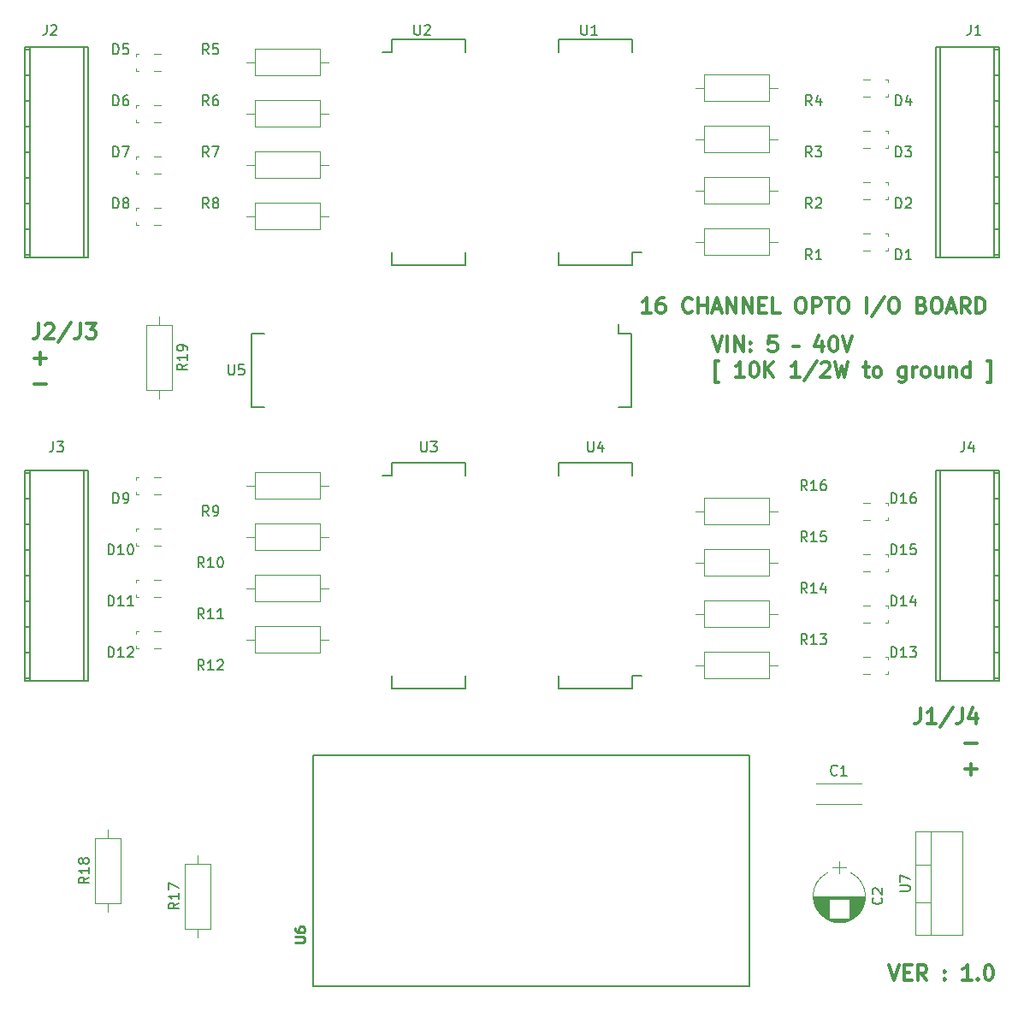
<source format=gto>
G04 #@! TF.FileFunction,Legend,Top*
%FSLAX46Y46*%
G04 Gerber Fmt 4.6, Leading zero omitted, Abs format (unit mm)*
G04 Created by KiCad (PCBNEW 4.0.7) date Sunday, October 29, 2017 'PMt' 07:12:49 PM*
%MOMM*%
%LPD*%
G01*
G04 APERTURE LIST*
%ADD10C,0.100000*%
%ADD11C,0.300000*%
%ADD12C,0.150000*%
%ADD13C,0.120000*%
%ADD14C,0.250000*%
G04 APERTURE END LIST*
D10*
D11*
X129961429Y-109658571D02*
X129961429Y-110730000D01*
X129890001Y-110944286D01*
X129747144Y-111087143D01*
X129532858Y-111158571D01*
X129390001Y-111158571D01*
X131461429Y-111158571D02*
X130604286Y-111158571D01*
X131032858Y-111158571D02*
X131032858Y-109658571D01*
X130890001Y-109872857D01*
X130747143Y-110015714D01*
X130604286Y-110087143D01*
X133175714Y-109587143D02*
X131890000Y-111515714D01*
X134104286Y-109658571D02*
X134104286Y-110730000D01*
X134032858Y-110944286D01*
X133890001Y-111087143D01*
X133675715Y-111158571D01*
X133532858Y-111158571D01*
X135461429Y-110158571D02*
X135461429Y-111158571D01*
X135104286Y-109587143D02*
X134747143Y-110658571D01*
X135675715Y-110658571D01*
X134390000Y-113137143D02*
X135532857Y-113137143D01*
X134390000Y-115687143D02*
X135532857Y-115687143D01*
X134961428Y-116258571D02*
X134961428Y-115115714D01*
X42695714Y-71558571D02*
X42695714Y-72630000D01*
X42624286Y-72844286D01*
X42481429Y-72987143D01*
X42267143Y-73058571D01*
X42124286Y-73058571D01*
X43338571Y-71701429D02*
X43410000Y-71630000D01*
X43552857Y-71558571D01*
X43910000Y-71558571D01*
X44052857Y-71630000D01*
X44124286Y-71701429D01*
X44195714Y-71844286D01*
X44195714Y-71987143D01*
X44124286Y-72201429D01*
X43267143Y-73058571D01*
X44195714Y-73058571D01*
X45909999Y-71487143D02*
X44624285Y-73415714D01*
X46838571Y-71558571D02*
X46838571Y-72630000D01*
X46767143Y-72844286D01*
X46624286Y-72987143D01*
X46410000Y-73058571D01*
X46267143Y-73058571D01*
X47410000Y-71558571D02*
X48338571Y-71558571D01*
X47838571Y-72130000D01*
X48052857Y-72130000D01*
X48195714Y-72201429D01*
X48267143Y-72272857D01*
X48338571Y-72415714D01*
X48338571Y-72772857D01*
X48267143Y-72915714D01*
X48195714Y-72987143D01*
X48052857Y-73058571D01*
X47624285Y-73058571D01*
X47481428Y-72987143D01*
X47410000Y-72915714D01*
X42267143Y-75037143D02*
X43410000Y-75037143D01*
X42838571Y-75608571D02*
X42838571Y-74465714D01*
X42267143Y-77587143D02*
X43410000Y-77587143D01*
X126865715Y-135068571D02*
X127365715Y-136568571D01*
X127865715Y-135068571D01*
X128365715Y-135782857D02*
X128865715Y-135782857D01*
X129080001Y-136568571D02*
X128365715Y-136568571D01*
X128365715Y-135068571D01*
X129080001Y-135068571D01*
X130580001Y-136568571D02*
X130080001Y-135854286D01*
X129722858Y-136568571D02*
X129722858Y-135068571D01*
X130294286Y-135068571D01*
X130437144Y-135140000D01*
X130508572Y-135211429D01*
X130580001Y-135354286D01*
X130580001Y-135568571D01*
X130508572Y-135711429D01*
X130437144Y-135782857D01*
X130294286Y-135854286D01*
X129722858Y-135854286D01*
X132365715Y-136425714D02*
X132437143Y-136497143D01*
X132365715Y-136568571D01*
X132294286Y-136497143D01*
X132365715Y-136425714D01*
X132365715Y-136568571D01*
X132365715Y-135640000D02*
X132437143Y-135711429D01*
X132365715Y-135782857D01*
X132294286Y-135711429D01*
X132365715Y-135640000D01*
X132365715Y-135782857D01*
X135008572Y-136568571D02*
X134151429Y-136568571D01*
X134580001Y-136568571D02*
X134580001Y-135068571D01*
X134437144Y-135282857D01*
X134294286Y-135425714D01*
X134151429Y-135497143D01*
X135651429Y-136425714D02*
X135722857Y-136497143D01*
X135651429Y-136568571D01*
X135580000Y-136497143D01*
X135651429Y-136425714D01*
X135651429Y-136568571D01*
X136651429Y-135068571D02*
X136794286Y-135068571D01*
X136937143Y-135140000D01*
X137008572Y-135211429D01*
X137080001Y-135354286D01*
X137151429Y-135640000D01*
X137151429Y-135997143D01*
X137080001Y-136282857D01*
X137008572Y-136425714D01*
X136937143Y-136497143D01*
X136794286Y-136568571D01*
X136651429Y-136568571D01*
X136508572Y-136497143D01*
X136437143Y-136425714D01*
X136365715Y-136282857D01*
X136294286Y-135997143D01*
X136294286Y-135640000D01*
X136365715Y-135354286D01*
X136437143Y-135211429D01*
X136508572Y-135140000D01*
X136651429Y-135068571D01*
X109362857Y-72833571D02*
X109862857Y-74333571D01*
X110362857Y-72833571D01*
X110862857Y-74333571D02*
X110862857Y-72833571D01*
X111577143Y-74333571D02*
X111577143Y-72833571D01*
X112434286Y-74333571D01*
X112434286Y-72833571D01*
X113148572Y-74190714D02*
X113220000Y-74262143D01*
X113148572Y-74333571D01*
X113077143Y-74262143D01*
X113148572Y-74190714D01*
X113148572Y-74333571D01*
X113148572Y-73405000D02*
X113220000Y-73476429D01*
X113148572Y-73547857D01*
X113077143Y-73476429D01*
X113148572Y-73405000D01*
X113148572Y-73547857D01*
X115720001Y-72833571D02*
X115005715Y-72833571D01*
X114934286Y-73547857D01*
X115005715Y-73476429D01*
X115148572Y-73405000D01*
X115505715Y-73405000D01*
X115648572Y-73476429D01*
X115720001Y-73547857D01*
X115791429Y-73690714D01*
X115791429Y-74047857D01*
X115720001Y-74190714D01*
X115648572Y-74262143D01*
X115505715Y-74333571D01*
X115148572Y-74333571D01*
X115005715Y-74262143D01*
X114934286Y-74190714D01*
X117934286Y-73833571D02*
X117362857Y-73833571D01*
X120220000Y-73333571D02*
X120220000Y-74333571D01*
X119862857Y-72762143D02*
X119505714Y-73833571D01*
X120434286Y-73833571D01*
X121291428Y-72833571D02*
X121434285Y-72833571D01*
X121577142Y-72905000D01*
X121648571Y-72976429D01*
X121720000Y-73119286D01*
X121791428Y-73405000D01*
X121791428Y-73762143D01*
X121720000Y-74047857D01*
X121648571Y-74190714D01*
X121577142Y-74262143D01*
X121434285Y-74333571D01*
X121291428Y-74333571D01*
X121148571Y-74262143D01*
X121077142Y-74190714D01*
X121005714Y-74047857D01*
X120934285Y-73762143D01*
X120934285Y-73405000D01*
X121005714Y-73119286D01*
X121077142Y-72976429D01*
X121148571Y-72905000D01*
X121291428Y-72833571D01*
X122219999Y-72833571D02*
X122719999Y-74333571D01*
X123219999Y-72833571D01*
X110005714Y-77383571D02*
X109648571Y-77383571D01*
X109648571Y-75240714D01*
X110005714Y-75240714D01*
X112505714Y-76883571D02*
X111648571Y-76883571D01*
X112077143Y-76883571D02*
X112077143Y-75383571D01*
X111934286Y-75597857D01*
X111791428Y-75740714D01*
X111648571Y-75812143D01*
X113434285Y-75383571D02*
X113577142Y-75383571D01*
X113719999Y-75455000D01*
X113791428Y-75526429D01*
X113862857Y-75669286D01*
X113934285Y-75955000D01*
X113934285Y-76312143D01*
X113862857Y-76597857D01*
X113791428Y-76740714D01*
X113719999Y-76812143D01*
X113577142Y-76883571D01*
X113434285Y-76883571D01*
X113291428Y-76812143D01*
X113219999Y-76740714D01*
X113148571Y-76597857D01*
X113077142Y-76312143D01*
X113077142Y-75955000D01*
X113148571Y-75669286D01*
X113219999Y-75526429D01*
X113291428Y-75455000D01*
X113434285Y-75383571D01*
X114577142Y-76883571D02*
X114577142Y-75383571D01*
X115434285Y-76883571D02*
X114791428Y-76026429D01*
X115434285Y-75383571D02*
X114577142Y-76240714D01*
X118005713Y-76883571D02*
X117148570Y-76883571D01*
X117577142Y-76883571D02*
X117577142Y-75383571D01*
X117434285Y-75597857D01*
X117291427Y-75740714D01*
X117148570Y-75812143D01*
X119719998Y-75312143D02*
X118434284Y-77240714D01*
X120148570Y-75526429D02*
X120219999Y-75455000D01*
X120362856Y-75383571D01*
X120719999Y-75383571D01*
X120862856Y-75455000D01*
X120934285Y-75526429D01*
X121005713Y-75669286D01*
X121005713Y-75812143D01*
X120934285Y-76026429D01*
X120077142Y-76883571D01*
X121005713Y-76883571D01*
X121505713Y-75383571D02*
X121862856Y-76883571D01*
X122148570Y-75812143D01*
X122434284Y-76883571D01*
X122791427Y-75383571D01*
X124291427Y-75883571D02*
X124862856Y-75883571D01*
X124505713Y-75383571D02*
X124505713Y-76669286D01*
X124577141Y-76812143D01*
X124719999Y-76883571D01*
X124862856Y-76883571D01*
X125577142Y-76883571D02*
X125434284Y-76812143D01*
X125362856Y-76740714D01*
X125291427Y-76597857D01*
X125291427Y-76169286D01*
X125362856Y-76026429D01*
X125434284Y-75955000D01*
X125577142Y-75883571D01*
X125791427Y-75883571D01*
X125934284Y-75955000D01*
X126005713Y-76026429D01*
X126077142Y-76169286D01*
X126077142Y-76597857D01*
X126005713Y-76740714D01*
X125934284Y-76812143D01*
X125791427Y-76883571D01*
X125577142Y-76883571D01*
X128505713Y-75883571D02*
X128505713Y-77097857D01*
X128434284Y-77240714D01*
X128362856Y-77312143D01*
X128219999Y-77383571D01*
X128005713Y-77383571D01*
X127862856Y-77312143D01*
X128505713Y-76812143D02*
X128362856Y-76883571D01*
X128077142Y-76883571D01*
X127934284Y-76812143D01*
X127862856Y-76740714D01*
X127791427Y-76597857D01*
X127791427Y-76169286D01*
X127862856Y-76026429D01*
X127934284Y-75955000D01*
X128077142Y-75883571D01*
X128362856Y-75883571D01*
X128505713Y-75955000D01*
X129219999Y-76883571D02*
X129219999Y-75883571D01*
X129219999Y-76169286D02*
X129291427Y-76026429D01*
X129362856Y-75955000D01*
X129505713Y-75883571D01*
X129648570Y-75883571D01*
X130362856Y-76883571D02*
X130219998Y-76812143D01*
X130148570Y-76740714D01*
X130077141Y-76597857D01*
X130077141Y-76169286D01*
X130148570Y-76026429D01*
X130219998Y-75955000D01*
X130362856Y-75883571D01*
X130577141Y-75883571D01*
X130719998Y-75955000D01*
X130791427Y-76026429D01*
X130862856Y-76169286D01*
X130862856Y-76597857D01*
X130791427Y-76740714D01*
X130719998Y-76812143D01*
X130577141Y-76883571D01*
X130362856Y-76883571D01*
X132148570Y-75883571D02*
X132148570Y-76883571D01*
X131505713Y-75883571D02*
X131505713Y-76669286D01*
X131577141Y-76812143D01*
X131719999Y-76883571D01*
X131934284Y-76883571D01*
X132077141Y-76812143D01*
X132148570Y-76740714D01*
X132862856Y-75883571D02*
X132862856Y-76883571D01*
X132862856Y-76026429D02*
X132934284Y-75955000D01*
X133077142Y-75883571D01*
X133291427Y-75883571D01*
X133434284Y-75955000D01*
X133505713Y-76097857D01*
X133505713Y-76883571D01*
X134862856Y-76883571D02*
X134862856Y-75383571D01*
X134862856Y-76812143D02*
X134719999Y-76883571D01*
X134434285Y-76883571D01*
X134291427Y-76812143D01*
X134219999Y-76740714D01*
X134148570Y-76597857D01*
X134148570Y-76169286D01*
X134219999Y-76026429D01*
X134291427Y-75955000D01*
X134434285Y-75883571D01*
X134719999Y-75883571D01*
X134862856Y-75955000D01*
X136577142Y-77383571D02*
X136934285Y-77383571D01*
X136934285Y-75240714D01*
X136577142Y-75240714D01*
X103272856Y-70528571D02*
X102415713Y-70528571D01*
X102844285Y-70528571D02*
X102844285Y-69028571D01*
X102701428Y-69242857D01*
X102558570Y-69385714D01*
X102415713Y-69457143D01*
X104558570Y-69028571D02*
X104272856Y-69028571D01*
X104129999Y-69100000D01*
X104058570Y-69171429D01*
X103915713Y-69385714D01*
X103844284Y-69671429D01*
X103844284Y-70242857D01*
X103915713Y-70385714D01*
X103987141Y-70457143D01*
X104129999Y-70528571D01*
X104415713Y-70528571D01*
X104558570Y-70457143D01*
X104629999Y-70385714D01*
X104701427Y-70242857D01*
X104701427Y-69885714D01*
X104629999Y-69742857D01*
X104558570Y-69671429D01*
X104415713Y-69600000D01*
X104129999Y-69600000D01*
X103987141Y-69671429D01*
X103915713Y-69742857D01*
X103844284Y-69885714D01*
X107344284Y-70385714D02*
X107272855Y-70457143D01*
X107058569Y-70528571D01*
X106915712Y-70528571D01*
X106701427Y-70457143D01*
X106558569Y-70314286D01*
X106487141Y-70171429D01*
X106415712Y-69885714D01*
X106415712Y-69671429D01*
X106487141Y-69385714D01*
X106558569Y-69242857D01*
X106701427Y-69100000D01*
X106915712Y-69028571D01*
X107058569Y-69028571D01*
X107272855Y-69100000D01*
X107344284Y-69171429D01*
X107987141Y-70528571D02*
X107987141Y-69028571D01*
X107987141Y-69742857D02*
X108844284Y-69742857D01*
X108844284Y-70528571D02*
X108844284Y-69028571D01*
X109487141Y-70100000D02*
X110201427Y-70100000D01*
X109344284Y-70528571D02*
X109844284Y-69028571D01*
X110344284Y-70528571D01*
X110844284Y-70528571D02*
X110844284Y-69028571D01*
X111701427Y-70528571D01*
X111701427Y-69028571D01*
X112415713Y-70528571D02*
X112415713Y-69028571D01*
X113272856Y-70528571D01*
X113272856Y-69028571D01*
X113987142Y-69742857D02*
X114487142Y-69742857D01*
X114701428Y-70528571D02*
X113987142Y-70528571D01*
X113987142Y-69028571D01*
X114701428Y-69028571D01*
X116058571Y-70528571D02*
X115344285Y-70528571D01*
X115344285Y-69028571D01*
X117987142Y-69028571D02*
X118272856Y-69028571D01*
X118415714Y-69100000D01*
X118558571Y-69242857D01*
X118629999Y-69528571D01*
X118629999Y-70028571D01*
X118558571Y-70314286D01*
X118415714Y-70457143D01*
X118272856Y-70528571D01*
X117987142Y-70528571D01*
X117844285Y-70457143D01*
X117701428Y-70314286D01*
X117629999Y-70028571D01*
X117629999Y-69528571D01*
X117701428Y-69242857D01*
X117844285Y-69100000D01*
X117987142Y-69028571D01*
X119272857Y-70528571D02*
X119272857Y-69028571D01*
X119844285Y-69028571D01*
X119987143Y-69100000D01*
X120058571Y-69171429D01*
X120130000Y-69314286D01*
X120130000Y-69528571D01*
X120058571Y-69671429D01*
X119987143Y-69742857D01*
X119844285Y-69814286D01*
X119272857Y-69814286D01*
X120558571Y-69028571D02*
X121415714Y-69028571D01*
X120987143Y-70528571D02*
X120987143Y-69028571D01*
X122201428Y-69028571D02*
X122487142Y-69028571D01*
X122630000Y-69100000D01*
X122772857Y-69242857D01*
X122844285Y-69528571D01*
X122844285Y-70028571D01*
X122772857Y-70314286D01*
X122630000Y-70457143D01*
X122487142Y-70528571D01*
X122201428Y-70528571D01*
X122058571Y-70457143D01*
X121915714Y-70314286D01*
X121844285Y-70028571D01*
X121844285Y-69528571D01*
X121915714Y-69242857D01*
X122058571Y-69100000D01*
X122201428Y-69028571D01*
X124630000Y-70528571D02*
X124630000Y-69028571D01*
X126415714Y-68957143D02*
X125130000Y-70885714D01*
X127201429Y-69028571D02*
X127487143Y-69028571D01*
X127630001Y-69100000D01*
X127772858Y-69242857D01*
X127844286Y-69528571D01*
X127844286Y-70028571D01*
X127772858Y-70314286D01*
X127630001Y-70457143D01*
X127487143Y-70528571D01*
X127201429Y-70528571D01*
X127058572Y-70457143D01*
X126915715Y-70314286D01*
X126844286Y-70028571D01*
X126844286Y-69528571D01*
X126915715Y-69242857D01*
X127058572Y-69100000D01*
X127201429Y-69028571D01*
X130130001Y-69742857D02*
X130344287Y-69814286D01*
X130415715Y-69885714D01*
X130487144Y-70028571D01*
X130487144Y-70242857D01*
X130415715Y-70385714D01*
X130344287Y-70457143D01*
X130201429Y-70528571D01*
X129630001Y-70528571D01*
X129630001Y-69028571D01*
X130130001Y-69028571D01*
X130272858Y-69100000D01*
X130344287Y-69171429D01*
X130415715Y-69314286D01*
X130415715Y-69457143D01*
X130344287Y-69600000D01*
X130272858Y-69671429D01*
X130130001Y-69742857D01*
X129630001Y-69742857D01*
X131415715Y-69028571D02*
X131701429Y-69028571D01*
X131844287Y-69100000D01*
X131987144Y-69242857D01*
X132058572Y-69528571D01*
X132058572Y-70028571D01*
X131987144Y-70314286D01*
X131844287Y-70457143D01*
X131701429Y-70528571D01*
X131415715Y-70528571D01*
X131272858Y-70457143D01*
X131130001Y-70314286D01*
X131058572Y-70028571D01*
X131058572Y-69528571D01*
X131130001Y-69242857D01*
X131272858Y-69100000D01*
X131415715Y-69028571D01*
X132630001Y-70100000D02*
X133344287Y-70100000D01*
X132487144Y-70528571D02*
X132987144Y-69028571D01*
X133487144Y-70528571D01*
X134844287Y-70528571D02*
X134344287Y-69814286D01*
X133987144Y-70528571D02*
X133987144Y-69028571D01*
X134558572Y-69028571D01*
X134701430Y-69100000D01*
X134772858Y-69171429D01*
X134844287Y-69314286D01*
X134844287Y-69528571D01*
X134772858Y-69671429D01*
X134701430Y-69742857D01*
X134558572Y-69814286D01*
X133987144Y-69814286D01*
X135487144Y-70528571D02*
X135487144Y-69028571D01*
X135844287Y-69028571D01*
X136058572Y-69100000D01*
X136201430Y-69242857D01*
X136272858Y-69385714D01*
X136344287Y-69671429D01*
X136344287Y-69885714D01*
X136272858Y-70171429D01*
X136201430Y-70314286D01*
X136058572Y-70457143D01*
X135844287Y-70528571D01*
X135487144Y-70528571D01*
D12*
X113030000Y-137160000D02*
X69850000Y-137160000D01*
X113030000Y-114300000D02*
X69850000Y-114300000D01*
X69850000Y-114300000D02*
X69850000Y-137160000D01*
X113030000Y-137160000D02*
X113030000Y-114300000D01*
X101465000Y-65795000D02*
X101465000Y-64525000D01*
X94115000Y-65795000D02*
X94115000Y-64525000D01*
X94115000Y-43425000D02*
X94115000Y-44695000D01*
X101465000Y-43425000D02*
X101465000Y-44695000D01*
X101465000Y-65795000D02*
X94115000Y-65795000D01*
X101465000Y-43425000D02*
X94115000Y-43425000D01*
X101465000Y-64525000D02*
X102400000Y-64525000D01*
D13*
X124270000Y-62639000D02*
X125001000Y-62639000D01*
X126460000Y-62639000D02*
X126770000Y-62639000D01*
X124270000Y-64361000D02*
X125001000Y-64361000D01*
X126460000Y-64361000D02*
X126770000Y-64361000D01*
X126770000Y-62639000D02*
X126770000Y-62945000D01*
X126770000Y-64055000D02*
X126770000Y-64361000D01*
X124270000Y-57559000D02*
X125001000Y-57559000D01*
X126460000Y-57559000D02*
X126770000Y-57559000D01*
X124270000Y-59281000D02*
X125001000Y-59281000D01*
X126460000Y-59281000D02*
X126770000Y-59281000D01*
X126770000Y-57559000D02*
X126770000Y-57865000D01*
X126770000Y-58975000D02*
X126770000Y-59281000D01*
X124270000Y-52479000D02*
X125001000Y-52479000D01*
X126460000Y-52479000D02*
X126770000Y-52479000D01*
X124270000Y-54201000D02*
X125001000Y-54201000D01*
X126460000Y-54201000D02*
X126770000Y-54201000D01*
X126770000Y-52479000D02*
X126770000Y-52785000D01*
X126770000Y-53895000D02*
X126770000Y-54201000D01*
X124270000Y-47399000D02*
X125001000Y-47399000D01*
X126460000Y-47399000D02*
X126770000Y-47399000D01*
X124270000Y-49121000D02*
X125001000Y-49121000D01*
X126460000Y-49121000D02*
X126770000Y-49121000D01*
X126770000Y-47399000D02*
X126770000Y-47705000D01*
X126770000Y-48815000D02*
X126770000Y-49121000D01*
D12*
X77605000Y-43425000D02*
X77605000Y-44695000D01*
X84955000Y-43425000D02*
X84955000Y-44695000D01*
X84955000Y-65795000D02*
X84955000Y-64525000D01*
X77605000Y-65795000D02*
X77605000Y-64525000D01*
X77605000Y-43425000D02*
X84955000Y-43425000D01*
X77605000Y-65795000D02*
X84955000Y-65795000D01*
X77605000Y-44695000D02*
X76670000Y-44695000D01*
X77605000Y-85335000D02*
X77605000Y-86605000D01*
X84955000Y-85335000D02*
X84955000Y-86605000D01*
X84955000Y-107705000D02*
X84955000Y-106435000D01*
X77605000Y-107705000D02*
X77605000Y-106435000D01*
X77605000Y-85335000D02*
X84955000Y-85335000D01*
X77605000Y-107705000D02*
X84955000Y-107705000D01*
X77605000Y-86605000D02*
X76670000Y-86605000D01*
X101465000Y-107705000D02*
X101465000Y-106435000D01*
X94115000Y-107705000D02*
X94115000Y-106435000D01*
X94115000Y-85335000D02*
X94115000Y-86605000D01*
X101465000Y-85335000D02*
X101465000Y-86605000D01*
X101465000Y-107705000D02*
X94115000Y-107705000D01*
X101465000Y-85335000D02*
X94115000Y-85335000D01*
X101465000Y-106435000D02*
X102400000Y-106435000D01*
D13*
X54800000Y-46581000D02*
X54069000Y-46581000D01*
X52610000Y-46581000D02*
X52300000Y-46581000D01*
X54800000Y-44859000D02*
X54069000Y-44859000D01*
X52610000Y-44859000D02*
X52300000Y-44859000D01*
X52300000Y-46581000D02*
X52300000Y-46275000D01*
X52300000Y-45165000D02*
X52300000Y-44859000D01*
X54800000Y-51661000D02*
X54069000Y-51661000D01*
X52610000Y-51661000D02*
X52300000Y-51661000D01*
X54800000Y-49939000D02*
X54069000Y-49939000D01*
X52610000Y-49939000D02*
X52300000Y-49939000D01*
X52300000Y-51661000D02*
X52300000Y-51355000D01*
X52300000Y-50245000D02*
X52300000Y-49939000D01*
X54800000Y-56741000D02*
X54069000Y-56741000D01*
X52610000Y-56741000D02*
X52300000Y-56741000D01*
X54800000Y-55019000D02*
X54069000Y-55019000D01*
X52610000Y-55019000D02*
X52300000Y-55019000D01*
X52300000Y-56741000D02*
X52300000Y-56435000D01*
X52300000Y-55325000D02*
X52300000Y-55019000D01*
X54800000Y-61821000D02*
X54069000Y-61821000D01*
X52610000Y-61821000D02*
X52300000Y-61821000D01*
X54800000Y-60099000D02*
X54069000Y-60099000D01*
X52610000Y-60099000D02*
X52300000Y-60099000D01*
X52300000Y-61821000D02*
X52300000Y-61515000D01*
X52300000Y-60405000D02*
X52300000Y-60099000D01*
X54800000Y-88491000D02*
X54069000Y-88491000D01*
X52610000Y-88491000D02*
X52300000Y-88491000D01*
X54800000Y-86769000D02*
X54069000Y-86769000D01*
X52610000Y-86769000D02*
X52300000Y-86769000D01*
X52300000Y-88491000D02*
X52300000Y-88185000D01*
X52300000Y-87075000D02*
X52300000Y-86769000D01*
X54800000Y-93571000D02*
X54069000Y-93571000D01*
X52610000Y-93571000D02*
X52300000Y-93571000D01*
X54800000Y-91849000D02*
X54069000Y-91849000D01*
X52610000Y-91849000D02*
X52300000Y-91849000D01*
X52300000Y-93571000D02*
X52300000Y-93265000D01*
X52300000Y-92155000D02*
X52300000Y-91849000D01*
X54800000Y-98651000D02*
X54069000Y-98651000D01*
X52610000Y-98651000D02*
X52300000Y-98651000D01*
X54800000Y-96929000D02*
X54069000Y-96929000D01*
X52610000Y-96929000D02*
X52300000Y-96929000D01*
X52300000Y-98651000D02*
X52300000Y-98345000D01*
X52300000Y-97235000D02*
X52300000Y-96929000D01*
X54800000Y-103731000D02*
X54069000Y-103731000D01*
X52610000Y-103731000D02*
X52300000Y-103731000D01*
X54800000Y-102009000D02*
X54069000Y-102009000D01*
X52610000Y-102009000D02*
X52300000Y-102009000D01*
X52300000Y-103731000D02*
X52300000Y-103425000D01*
X52300000Y-102315000D02*
X52300000Y-102009000D01*
X124270000Y-104549000D02*
X125001000Y-104549000D01*
X126460000Y-104549000D02*
X126770000Y-104549000D01*
X124270000Y-106271000D02*
X125001000Y-106271000D01*
X126460000Y-106271000D02*
X126770000Y-106271000D01*
X126770000Y-104549000D02*
X126770000Y-104855000D01*
X126770000Y-105965000D02*
X126770000Y-106271000D01*
X124270000Y-99469000D02*
X125001000Y-99469000D01*
X126460000Y-99469000D02*
X126770000Y-99469000D01*
X124270000Y-101191000D02*
X125001000Y-101191000D01*
X126460000Y-101191000D02*
X126770000Y-101191000D01*
X126770000Y-99469000D02*
X126770000Y-99775000D01*
X126770000Y-100885000D02*
X126770000Y-101191000D01*
X124270000Y-94389000D02*
X125001000Y-94389000D01*
X126460000Y-94389000D02*
X126770000Y-94389000D01*
X124270000Y-96111000D02*
X125001000Y-96111000D01*
X126460000Y-96111000D02*
X126770000Y-96111000D01*
X126770000Y-94389000D02*
X126770000Y-94695000D01*
X126770000Y-95805000D02*
X126770000Y-96111000D01*
X124270000Y-89309000D02*
X125001000Y-89309000D01*
X126460000Y-89309000D02*
X126770000Y-89309000D01*
X124270000Y-91031000D02*
X125001000Y-91031000D01*
X126460000Y-91031000D02*
X126770000Y-91031000D01*
X126770000Y-89309000D02*
X126770000Y-89615000D01*
X126770000Y-90725000D02*
X126770000Y-91031000D01*
D12*
X131521200Y-44211240D02*
X131521200Y-65008760D01*
X131919980Y-65008760D02*
X131919980Y-44211240D01*
X137718800Y-44211240D02*
X137718800Y-65008760D01*
X137220960Y-65008760D02*
X137220960Y-44211240D01*
X137220960Y-54610000D02*
X137718800Y-54610000D01*
X137220960Y-47010320D02*
X137718800Y-47010320D01*
X137220960Y-49509680D02*
X137718800Y-49509680D01*
X137220960Y-52108100D02*
X137718800Y-52108100D01*
X137220960Y-57109360D02*
X137718800Y-57109360D01*
X137220960Y-59707780D02*
X137718800Y-59707780D01*
X137718800Y-64808100D02*
X137220960Y-64808100D01*
X137220960Y-44411900D02*
X137718800Y-44411900D01*
X137718800Y-62204600D02*
X137220960Y-62204600D01*
X137718800Y-44213780D02*
X131521200Y-44213780D01*
X131521200Y-65006220D02*
X137718800Y-65006220D01*
X47548800Y-65008760D02*
X47548800Y-44211240D01*
X47150020Y-44211240D02*
X47150020Y-65008760D01*
X41351200Y-65008760D02*
X41351200Y-44211240D01*
X41849040Y-44211240D02*
X41849040Y-65008760D01*
X41849040Y-54610000D02*
X41351200Y-54610000D01*
X41849040Y-62209680D02*
X41351200Y-62209680D01*
X41849040Y-59710320D02*
X41351200Y-59710320D01*
X41849040Y-57111900D02*
X41351200Y-57111900D01*
X41849040Y-52110640D02*
X41351200Y-52110640D01*
X41849040Y-49512220D02*
X41351200Y-49512220D01*
X41351200Y-44411900D02*
X41849040Y-44411900D01*
X41849040Y-64808100D02*
X41351200Y-64808100D01*
X41351200Y-47015400D02*
X41849040Y-47015400D01*
X41351200Y-65006220D02*
X47548800Y-65006220D01*
X47548800Y-44213780D02*
X41351200Y-44213780D01*
X47548800Y-106918760D02*
X47548800Y-86121240D01*
X47150020Y-86121240D02*
X47150020Y-106918760D01*
X41351200Y-106918760D02*
X41351200Y-86121240D01*
X41849040Y-86121240D02*
X41849040Y-106918760D01*
X41849040Y-96520000D02*
X41351200Y-96520000D01*
X41849040Y-104119680D02*
X41351200Y-104119680D01*
X41849040Y-101620320D02*
X41351200Y-101620320D01*
X41849040Y-99021900D02*
X41351200Y-99021900D01*
X41849040Y-94020640D02*
X41351200Y-94020640D01*
X41849040Y-91422220D02*
X41351200Y-91422220D01*
X41351200Y-86321900D02*
X41849040Y-86321900D01*
X41849040Y-106718100D02*
X41351200Y-106718100D01*
X41351200Y-88925400D02*
X41849040Y-88925400D01*
X41351200Y-106916220D02*
X47548800Y-106916220D01*
X47548800Y-86123780D02*
X41351200Y-86123780D01*
X131521200Y-86121240D02*
X131521200Y-106918760D01*
X131919980Y-106918760D02*
X131919980Y-86121240D01*
X137718800Y-86121240D02*
X137718800Y-106918760D01*
X137220960Y-106918760D02*
X137220960Y-86121240D01*
X137220960Y-96520000D02*
X137718800Y-96520000D01*
X137220960Y-88920320D02*
X137718800Y-88920320D01*
X137220960Y-91419680D02*
X137718800Y-91419680D01*
X137220960Y-94018100D02*
X137718800Y-94018100D01*
X137220960Y-99019360D02*
X137718800Y-99019360D01*
X137220960Y-101617780D02*
X137718800Y-101617780D01*
X137718800Y-106718100D02*
X137220960Y-106718100D01*
X137220960Y-86321900D02*
X137718800Y-86321900D01*
X137718800Y-104114600D02*
X137220960Y-104114600D01*
X137718800Y-86123780D02*
X131521200Y-86123780D01*
X131521200Y-106916220D02*
X137718800Y-106916220D01*
X101355000Y-72525000D02*
X100085000Y-72525000D01*
X101355000Y-79875000D02*
X100085000Y-79875000D01*
X63745000Y-79875000D02*
X65015000Y-79875000D01*
X63745000Y-72525000D02*
X65015000Y-72525000D01*
X101355000Y-72525000D02*
X101355000Y-79875000D01*
X63745000Y-72525000D02*
X63745000Y-79875000D01*
X100085000Y-72525000D02*
X100085000Y-71590000D01*
D13*
X108550000Y-62190000D02*
X108550000Y-64810000D01*
X108550000Y-64810000D02*
X114970000Y-64810000D01*
X114970000Y-64810000D02*
X114970000Y-62190000D01*
X114970000Y-62190000D02*
X108550000Y-62190000D01*
X107660000Y-63500000D02*
X108550000Y-63500000D01*
X115860000Y-63500000D02*
X114970000Y-63500000D01*
X108550000Y-57110000D02*
X108550000Y-59730000D01*
X108550000Y-59730000D02*
X114970000Y-59730000D01*
X114970000Y-59730000D02*
X114970000Y-57110000D01*
X114970000Y-57110000D02*
X108550000Y-57110000D01*
X107660000Y-58420000D02*
X108550000Y-58420000D01*
X115860000Y-58420000D02*
X114970000Y-58420000D01*
X108550000Y-52030000D02*
X108550000Y-54650000D01*
X108550000Y-54650000D02*
X114970000Y-54650000D01*
X114970000Y-54650000D02*
X114970000Y-52030000D01*
X114970000Y-52030000D02*
X108550000Y-52030000D01*
X107660000Y-53340000D02*
X108550000Y-53340000D01*
X115860000Y-53340000D02*
X114970000Y-53340000D01*
X108550000Y-46950000D02*
X108550000Y-49570000D01*
X108550000Y-49570000D02*
X114970000Y-49570000D01*
X114970000Y-49570000D02*
X114970000Y-46950000D01*
X114970000Y-46950000D02*
X108550000Y-46950000D01*
X107660000Y-48260000D02*
X108550000Y-48260000D01*
X115860000Y-48260000D02*
X114970000Y-48260000D01*
X70520000Y-47030000D02*
X70520000Y-44410000D01*
X70520000Y-44410000D02*
X64100000Y-44410000D01*
X64100000Y-44410000D02*
X64100000Y-47030000D01*
X64100000Y-47030000D02*
X70520000Y-47030000D01*
X71410000Y-45720000D02*
X70520000Y-45720000D01*
X63210000Y-45720000D02*
X64100000Y-45720000D01*
X70520000Y-52110000D02*
X70520000Y-49490000D01*
X70520000Y-49490000D02*
X64100000Y-49490000D01*
X64100000Y-49490000D02*
X64100000Y-52110000D01*
X64100000Y-52110000D02*
X70520000Y-52110000D01*
X71410000Y-50800000D02*
X70520000Y-50800000D01*
X63210000Y-50800000D02*
X64100000Y-50800000D01*
X70520000Y-57190000D02*
X70520000Y-54570000D01*
X70520000Y-54570000D02*
X64100000Y-54570000D01*
X64100000Y-54570000D02*
X64100000Y-57190000D01*
X64100000Y-57190000D02*
X70520000Y-57190000D01*
X71410000Y-55880000D02*
X70520000Y-55880000D01*
X63210000Y-55880000D02*
X64100000Y-55880000D01*
X70520000Y-62270000D02*
X70520000Y-59650000D01*
X70520000Y-59650000D02*
X64100000Y-59650000D01*
X64100000Y-59650000D02*
X64100000Y-62270000D01*
X64100000Y-62270000D02*
X70520000Y-62270000D01*
X71410000Y-60960000D02*
X70520000Y-60960000D01*
X63210000Y-60960000D02*
X64100000Y-60960000D01*
X70520000Y-88940000D02*
X70520000Y-86320000D01*
X70520000Y-86320000D02*
X64100000Y-86320000D01*
X64100000Y-86320000D02*
X64100000Y-88940000D01*
X64100000Y-88940000D02*
X70520000Y-88940000D01*
X71410000Y-87630000D02*
X70520000Y-87630000D01*
X63210000Y-87630000D02*
X64100000Y-87630000D01*
X70520000Y-94020000D02*
X70520000Y-91400000D01*
X70520000Y-91400000D02*
X64100000Y-91400000D01*
X64100000Y-91400000D02*
X64100000Y-94020000D01*
X64100000Y-94020000D02*
X70520000Y-94020000D01*
X71410000Y-92710000D02*
X70520000Y-92710000D01*
X63210000Y-92710000D02*
X64100000Y-92710000D01*
X70520000Y-99100000D02*
X70520000Y-96480000D01*
X70520000Y-96480000D02*
X64100000Y-96480000D01*
X64100000Y-96480000D02*
X64100000Y-99100000D01*
X64100000Y-99100000D02*
X70520000Y-99100000D01*
X71410000Y-97790000D02*
X70520000Y-97790000D01*
X63210000Y-97790000D02*
X64100000Y-97790000D01*
X70520000Y-104180000D02*
X70520000Y-101560000D01*
X70520000Y-101560000D02*
X64100000Y-101560000D01*
X64100000Y-101560000D02*
X64100000Y-104180000D01*
X64100000Y-104180000D02*
X70520000Y-104180000D01*
X71410000Y-102870000D02*
X70520000Y-102870000D01*
X63210000Y-102870000D02*
X64100000Y-102870000D01*
X108550000Y-104100000D02*
X108550000Y-106720000D01*
X108550000Y-106720000D02*
X114970000Y-106720000D01*
X114970000Y-106720000D02*
X114970000Y-104100000D01*
X114970000Y-104100000D02*
X108550000Y-104100000D01*
X107660000Y-105410000D02*
X108550000Y-105410000D01*
X115860000Y-105410000D02*
X114970000Y-105410000D01*
X108550000Y-99020000D02*
X108550000Y-101640000D01*
X108550000Y-101640000D02*
X114970000Y-101640000D01*
X114970000Y-101640000D02*
X114970000Y-99020000D01*
X114970000Y-99020000D02*
X108550000Y-99020000D01*
X107660000Y-100330000D02*
X108550000Y-100330000D01*
X115860000Y-100330000D02*
X114970000Y-100330000D01*
X108550000Y-93940000D02*
X108550000Y-96560000D01*
X108550000Y-96560000D02*
X114970000Y-96560000D01*
X114970000Y-96560000D02*
X114970000Y-93940000D01*
X114970000Y-93940000D02*
X108550000Y-93940000D01*
X107660000Y-95250000D02*
X108550000Y-95250000D01*
X115860000Y-95250000D02*
X114970000Y-95250000D01*
X108550000Y-88860000D02*
X108550000Y-91480000D01*
X108550000Y-91480000D02*
X114970000Y-91480000D01*
X114970000Y-91480000D02*
X114970000Y-88860000D01*
X114970000Y-88860000D02*
X108550000Y-88860000D01*
X107660000Y-90170000D02*
X108550000Y-90170000D01*
X115860000Y-90170000D02*
X114970000Y-90170000D01*
X57110000Y-131480000D02*
X59730000Y-131480000D01*
X59730000Y-131480000D02*
X59730000Y-125060000D01*
X59730000Y-125060000D02*
X57110000Y-125060000D01*
X57110000Y-125060000D02*
X57110000Y-131480000D01*
X58420000Y-132370000D02*
X58420000Y-131480000D01*
X58420000Y-124170000D02*
X58420000Y-125060000D01*
X48220000Y-128940000D02*
X50840000Y-128940000D01*
X50840000Y-128940000D02*
X50840000Y-122520000D01*
X50840000Y-122520000D02*
X48220000Y-122520000D01*
X48220000Y-122520000D02*
X48220000Y-128940000D01*
X49530000Y-129830000D02*
X49530000Y-128940000D01*
X49530000Y-121630000D02*
X49530000Y-122520000D01*
X55920000Y-71720000D02*
X53300000Y-71720000D01*
X53300000Y-71720000D02*
X53300000Y-78140000D01*
X53300000Y-78140000D02*
X55920000Y-78140000D01*
X55920000Y-78140000D02*
X55920000Y-71720000D01*
X54610000Y-70830000D02*
X54610000Y-71720000D01*
X54610000Y-79030000D02*
X54610000Y-78140000D01*
X119670000Y-117100000D02*
X124090000Y-117100000D01*
X119670000Y-119120000D02*
X124090000Y-119120000D01*
X119670000Y-117100000D02*
X119670000Y-117114000D01*
X119670000Y-119106000D02*
X119670000Y-119120000D01*
X124090000Y-117100000D02*
X124090000Y-117114000D01*
X124090000Y-119106000D02*
X124090000Y-119120000D01*
X123099723Y-130555722D02*
G75*
G03X123100000Y-125944420I-1179723J2305722D01*
G01*
X120740277Y-130555722D02*
G75*
G02X120740000Y-125944420I1179723J2305722D01*
G01*
X120740277Y-130555722D02*
G75*
G03X123100000Y-130555580I1179723J2305722D01*
G01*
X124470000Y-128250000D02*
X119370000Y-128250000D01*
X124470000Y-128290000D02*
X119370000Y-128290000D01*
X124469000Y-128330000D02*
X119371000Y-128330000D01*
X124468000Y-128370000D02*
X119372000Y-128370000D01*
X124466000Y-128410000D02*
X119374000Y-128410000D01*
X124463000Y-128450000D02*
X119377000Y-128450000D01*
X124459000Y-128490000D02*
X119381000Y-128490000D01*
X124455000Y-128530000D02*
X122900000Y-128530000D01*
X120940000Y-128530000D02*
X119385000Y-128530000D01*
X124451000Y-128570000D02*
X122900000Y-128570000D01*
X120940000Y-128570000D02*
X119389000Y-128570000D01*
X124445000Y-128610000D02*
X122900000Y-128610000D01*
X120940000Y-128610000D02*
X119395000Y-128610000D01*
X124439000Y-128650000D02*
X122900000Y-128650000D01*
X120940000Y-128650000D02*
X119401000Y-128650000D01*
X124433000Y-128690000D02*
X122900000Y-128690000D01*
X120940000Y-128690000D02*
X119407000Y-128690000D01*
X124426000Y-128730000D02*
X122900000Y-128730000D01*
X120940000Y-128730000D02*
X119414000Y-128730000D01*
X124418000Y-128770000D02*
X122900000Y-128770000D01*
X120940000Y-128770000D02*
X119422000Y-128770000D01*
X124409000Y-128810000D02*
X122900000Y-128810000D01*
X120940000Y-128810000D02*
X119431000Y-128810000D01*
X124400000Y-128850000D02*
X122900000Y-128850000D01*
X120940000Y-128850000D02*
X119440000Y-128850000D01*
X124390000Y-128890000D02*
X122900000Y-128890000D01*
X120940000Y-128890000D02*
X119450000Y-128890000D01*
X124380000Y-128930000D02*
X122900000Y-128930000D01*
X120940000Y-128930000D02*
X119460000Y-128930000D01*
X124368000Y-128971000D02*
X122900000Y-128971000D01*
X120940000Y-128971000D02*
X119472000Y-128971000D01*
X124356000Y-129011000D02*
X122900000Y-129011000D01*
X120940000Y-129011000D02*
X119484000Y-129011000D01*
X124344000Y-129051000D02*
X122900000Y-129051000D01*
X120940000Y-129051000D02*
X119496000Y-129051000D01*
X124330000Y-129091000D02*
X122900000Y-129091000D01*
X120940000Y-129091000D02*
X119510000Y-129091000D01*
X124316000Y-129131000D02*
X122900000Y-129131000D01*
X120940000Y-129131000D02*
X119524000Y-129131000D01*
X124302000Y-129171000D02*
X122900000Y-129171000D01*
X120940000Y-129171000D02*
X119538000Y-129171000D01*
X124286000Y-129211000D02*
X122900000Y-129211000D01*
X120940000Y-129211000D02*
X119554000Y-129211000D01*
X124270000Y-129251000D02*
X122900000Y-129251000D01*
X120940000Y-129251000D02*
X119570000Y-129251000D01*
X124253000Y-129291000D02*
X122900000Y-129291000D01*
X120940000Y-129291000D02*
X119587000Y-129291000D01*
X124235000Y-129331000D02*
X122900000Y-129331000D01*
X120940000Y-129331000D02*
X119605000Y-129331000D01*
X124216000Y-129371000D02*
X122900000Y-129371000D01*
X120940000Y-129371000D02*
X119624000Y-129371000D01*
X124196000Y-129411000D02*
X122900000Y-129411000D01*
X120940000Y-129411000D02*
X119644000Y-129411000D01*
X124176000Y-129451000D02*
X122900000Y-129451000D01*
X120940000Y-129451000D02*
X119664000Y-129451000D01*
X124154000Y-129491000D02*
X122900000Y-129491000D01*
X120940000Y-129491000D02*
X119686000Y-129491000D01*
X124132000Y-129531000D02*
X122900000Y-129531000D01*
X120940000Y-129531000D02*
X119708000Y-129531000D01*
X124109000Y-129571000D02*
X122900000Y-129571000D01*
X120940000Y-129571000D02*
X119731000Y-129571000D01*
X124085000Y-129611000D02*
X122900000Y-129611000D01*
X120940000Y-129611000D02*
X119755000Y-129611000D01*
X124060000Y-129651000D02*
X122900000Y-129651000D01*
X120940000Y-129651000D02*
X119780000Y-129651000D01*
X124033000Y-129691000D02*
X122900000Y-129691000D01*
X120940000Y-129691000D02*
X119807000Y-129691000D01*
X124006000Y-129731000D02*
X122900000Y-129731000D01*
X120940000Y-129731000D02*
X119834000Y-129731000D01*
X123978000Y-129771000D02*
X122900000Y-129771000D01*
X120940000Y-129771000D02*
X119862000Y-129771000D01*
X123948000Y-129811000D02*
X122900000Y-129811000D01*
X120940000Y-129811000D02*
X119892000Y-129811000D01*
X123917000Y-129851000D02*
X122900000Y-129851000D01*
X120940000Y-129851000D02*
X119923000Y-129851000D01*
X123885000Y-129891000D02*
X122900000Y-129891000D01*
X120940000Y-129891000D02*
X119955000Y-129891000D01*
X123852000Y-129931000D02*
X122900000Y-129931000D01*
X120940000Y-129931000D02*
X119988000Y-129931000D01*
X123817000Y-129971000D02*
X122900000Y-129971000D01*
X120940000Y-129971000D02*
X120023000Y-129971000D01*
X123781000Y-130011000D02*
X122900000Y-130011000D01*
X120940000Y-130011000D02*
X120059000Y-130011000D01*
X123743000Y-130051000D02*
X122900000Y-130051000D01*
X120940000Y-130051000D02*
X120097000Y-130051000D01*
X123703000Y-130091000D02*
X122900000Y-130091000D01*
X120940000Y-130091000D02*
X120137000Y-130091000D01*
X123662000Y-130131000D02*
X122900000Y-130131000D01*
X120940000Y-130131000D02*
X120178000Y-130131000D01*
X123619000Y-130171000D02*
X122900000Y-130171000D01*
X120940000Y-130171000D02*
X120221000Y-130171000D01*
X123574000Y-130211000D02*
X122900000Y-130211000D01*
X120940000Y-130211000D02*
X120266000Y-130211000D01*
X123526000Y-130251000D02*
X122900000Y-130251000D01*
X120940000Y-130251000D02*
X120314000Y-130251000D01*
X123476000Y-130291000D02*
X122900000Y-130291000D01*
X120940000Y-130291000D02*
X120364000Y-130291000D01*
X123424000Y-130331000D02*
X122900000Y-130331000D01*
X120940000Y-130331000D02*
X120416000Y-130331000D01*
X123368000Y-130371000D02*
X122900000Y-130371000D01*
X120940000Y-130371000D02*
X120472000Y-130371000D01*
X123310000Y-130411000D02*
X122900000Y-130411000D01*
X120940000Y-130411000D02*
X120530000Y-130411000D01*
X123247000Y-130451000D02*
X122900000Y-130451000D01*
X120940000Y-130451000D02*
X120593000Y-130451000D01*
X123181000Y-130491000D02*
X120659000Y-130491000D01*
X123109000Y-130531000D02*
X120731000Y-130531000D01*
X123032000Y-130571000D02*
X120808000Y-130571000D01*
X122948000Y-130611000D02*
X120892000Y-130611000D01*
X122854000Y-130651000D02*
X120986000Y-130651000D01*
X122749000Y-130691000D02*
X121091000Y-130691000D01*
X122627000Y-130731000D02*
X121213000Y-130731000D01*
X122479000Y-130771000D02*
X121361000Y-130771000D01*
X122274000Y-130811000D02*
X121566000Y-130811000D01*
X121920000Y-124800000D02*
X121920000Y-126000000D01*
X122570000Y-125400000D02*
X121270000Y-125400000D01*
X129460000Y-132120000D02*
X129460000Y-121880000D01*
X134101000Y-132120000D02*
X134101000Y-121880000D01*
X129460000Y-132120000D02*
X134101000Y-132120000D01*
X129460000Y-121880000D02*
X134101000Y-121880000D01*
X130970000Y-132120000D02*
X130970000Y-121880000D01*
X129460000Y-128850000D02*
X130970000Y-128850000D01*
X129460000Y-125149000D02*
X130970000Y-125149000D01*
D14*
X68032381Y-132841905D02*
X68841905Y-132841905D01*
X68937143Y-132794286D01*
X68984762Y-132746667D01*
X69032381Y-132651429D01*
X69032381Y-132460952D01*
X68984762Y-132365714D01*
X68937143Y-132318095D01*
X68841905Y-132270476D01*
X68032381Y-132270476D01*
X68032381Y-131365714D02*
X68032381Y-131556191D01*
X68080000Y-131651429D01*
X68127619Y-131699048D01*
X68270476Y-131794286D01*
X68460952Y-131841905D01*
X68841905Y-131841905D01*
X68937143Y-131794286D01*
X68984762Y-131746667D01*
X69032381Y-131651429D01*
X69032381Y-131460952D01*
X68984762Y-131365714D01*
X68937143Y-131318095D01*
X68841905Y-131270476D01*
X68603810Y-131270476D01*
X68508571Y-131318095D01*
X68460952Y-131365714D01*
X68413333Y-131460952D01*
X68413333Y-131651429D01*
X68460952Y-131746667D01*
X68508571Y-131794286D01*
X68603810Y-131841905D01*
D12*
X96393095Y-41997381D02*
X96393095Y-42806905D01*
X96440714Y-42902143D01*
X96488333Y-42949762D01*
X96583571Y-42997381D01*
X96774048Y-42997381D01*
X96869286Y-42949762D01*
X96916905Y-42902143D01*
X96964524Y-42806905D01*
X96964524Y-41997381D01*
X97964524Y-42997381D02*
X97393095Y-42997381D01*
X97678809Y-42997381D02*
X97678809Y-41997381D01*
X97583571Y-42140238D01*
X97488333Y-42235476D01*
X97393095Y-42283095D01*
X127531905Y-65222381D02*
X127531905Y-64222381D01*
X127770000Y-64222381D01*
X127912858Y-64270000D01*
X128008096Y-64365238D01*
X128055715Y-64460476D01*
X128103334Y-64650952D01*
X128103334Y-64793810D01*
X128055715Y-64984286D01*
X128008096Y-65079524D01*
X127912858Y-65174762D01*
X127770000Y-65222381D01*
X127531905Y-65222381D01*
X129055715Y-65222381D02*
X128484286Y-65222381D01*
X128770000Y-65222381D02*
X128770000Y-64222381D01*
X128674762Y-64365238D01*
X128579524Y-64460476D01*
X128484286Y-64508095D01*
X127531905Y-60142381D02*
X127531905Y-59142381D01*
X127770000Y-59142381D01*
X127912858Y-59190000D01*
X128008096Y-59285238D01*
X128055715Y-59380476D01*
X128103334Y-59570952D01*
X128103334Y-59713810D01*
X128055715Y-59904286D01*
X128008096Y-59999524D01*
X127912858Y-60094762D01*
X127770000Y-60142381D01*
X127531905Y-60142381D01*
X128484286Y-59237619D02*
X128531905Y-59190000D01*
X128627143Y-59142381D01*
X128865239Y-59142381D01*
X128960477Y-59190000D01*
X129008096Y-59237619D01*
X129055715Y-59332857D01*
X129055715Y-59428095D01*
X129008096Y-59570952D01*
X128436667Y-60142381D01*
X129055715Y-60142381D01*
X127531905Y-55062381D02*
X127531905Y-54062381D01*
X127770000Y-54062381D01*
X127912858Y-54110000D01*
X128008096Y-54205238D01*
X128055715Y-54300476D01*
X128103334Y-54490952D01*
X128103334Y-54633810D01*
X128055715Y-54824286D01*
X128008096Y-54919524D01*
X127912858Y-55014762D01*
X127770000Y-55062381D01*
X127531905Y-55062381D01*
X128436667Y-54062381D02*
X129055715Y-54062381D01*
X128722381Y-54443333D01*
X128865239Y-54443333D01*
X128960477Y-54490952D01*
X129008096Y-54538571D01*
X129055715Y-54633810D01*
X129055715Y-54871905D01*
X129008096Y-54967143D01*
X128960477Y-55014762D01*
X128865239Y-55062381D01*
X128579524Y-55062381D01*
X128484286Y-55014762D01*
X128436667Y-54967143D01*
X127531905Y-49982381D02*
X127531905Y-48982381D01*
X127770000Y-48982381D01*
X127912858Y-49030000D01*
X128008096Y-49125238D01*
X128055715Y-49220476D01*
X128103334Y-49410952D01*
X128103334Y-49553810D01*
X128055715Y-49744286D01*
X128008096Y-49839524D01*
X127912858Y-49934762D01*
X127770000Y-49982381D01*
X127531905Y-49982381D01*
X128960477Y-49315714D02*
X128960477Y-49982381D01*
X128722381Y-48934762D02*
X128484286Y-49649048D01*
X129103334Y-49649048D01*
X79883095Y-41997381D02*
X79883095Y-42806905D01*
X79930714Y-42902143D01*
X79978333Y-42949762D01*
X80073571Y-42997381D01*
X80264048Y-42997381D01*
X80359286Y-42949762D01*
X80406905Y-42902143D01*
X80454524Y-42806905D01*
X80454524Y-41997381D01*
X80883095Y-42092619D02*
X80930714Y-42045000D01*
X81025952Y-41997381D01*
X81264048Y-41997381D01*
X81359286Y-42045000D01*
X81406905Y-42092619D01*
X81454524Y-42187857D01*
X81454524Y-42283095D01*
X81406905Y-42425952D01*
X80835476Y-42997381D01*
X81454524Y-42997381D01*
X80518095Y-83272381D02*
X80518095Y-84081905D01*
X80565714Y-84177143D01*
X80613333Y-84224762D01*
X80708571Y-84272381D01*
X80899048Y-84272381D01*
X80994286Y-84224762D01*
X81041905Y-84177143D01*
X81089524Y-84081905D01*
X81089524Y-83272381D01*
X81470476Y-83272381D02*
X82089524Y-83272381D01*
X81756190Y-83653333D01*
X81899048Y-83653333D01*
X81994286Y-83700952D01*
X82041905Y-83748571D01*
X82089524Y-83843810D01*
X82089524Y-84081905D01*
X82041905Y-84177143D01*
X81994286Y-84224762D01*
X81899048Y-84272381D01*
X81613333Y-84272381D01*
X81518095Y-84224762D01*
X81470476Y-84177143D01*
X97028095Y-83272381D02*
X97028095Y-84081905D01*
X97075714Y-84177143D01*
X97123333Y-84224762D01*
X97218571Y-84272381D01*
X97409048Y-84272381D01*
X97504286Y-84224762D01*
X97551905Y-84177143D01*
X97599524Y-84081905D01*
X97599524Y-83272381D01*
X98504286Y-83605714D02*
X98504286Y-84272381D01*
X98266190Y-83224762D02*
X98028095Y-83939048D01*
X98647143Y-83939048D01*
X50061905Y-44902381D02*
X50061905Y-43902381D01*
X50300000Y-43902381D01*
X50442858Y-43950000D01*
X50538096Y-44045238D01*
X50585715Y-44140476D01*
X50633334Y-44330952D01*
X50633334Y-44473810D01*
X50585715Y-44664286D01*
X50538096Y-44759524D01*
X50442858Y-44854762D01*
X50300000Y-44902381D01*
X50061905Y-44902381D01*
X51538096Y-43902381D02*
X51061905Y-43902381D01*
X51014286Y-44378571D01*
X51061905Y-44330952D01*
X51157143Y-44283333D01*
X51395239Y-44283333D01*
X51490477Y-44330952D01*
X51538096Y-44378571D01*
X51585715Y-44473810D01*
X51585715Y-44711905D01*
X51538096Y-44807143D01*
X51490477Y-44854762D01*
X51395239Y-44902381D01*
X51157143Y-44902381D01*
X51061905Y-44854762D01*
X51014286Y-44807143D01*
X50061905Y-49982381D02*
X50061905Y-48982381D01*
X50300000Y-48982381D01*
X50442858Y-49030000D01*
X50538096Y-49125238D01*
X50585715Y-49220476D01*
X50633334Y-49410952D01*
X50633334Y-49553810D01*
X50585715Y-49744286D01*
X50538096Y-49839524D01*
X50442858Y-49934762D01*
X50300000Y-49982381D01*
X50061905Y-49982381D01*
X51490477Y-48982381D02*
X51300000Y-48982381D01*
X51204762Y-49030000D01*
X51157143Y-49077619D01*
X51061905Y-49220476D01*
X51014286Y-49410952D01*
X51014286Y-49791905D01*
X51061905Y-49887143D01*
X51109524Y-49934762D01*
X51204762Y-49982381D01*
X51395239Y-49982381D01*
X51490477Y-49934762D01*
X51538096Y-49887143D01*
X51585715Y-49791905D01*
X51585715Y-49553810D01*
X51538096Y-49458571D01*
X51490477Y-49410952D01*
X51395239Y-49363333D01*
X51204762Y-49363333D01*
X51109524Y-49410952D01*
X51061905Y-49458571D01*
X51014286Y-49553810D01*
X50061905Y-55062381D02*
X50061905Y-54062381D01*
X50300000Y-54062381D01*
X50442858Y-54110000D01*
X50538096Y-54205238D01*
X50585715Y-54300476D01*
X50633334Y-54490952D01*
X50633334Y-54633810D01*
X50585715Y-54824286D01*
X50538096Y-54919524D01*
X50442858Y-55014762D01*
X50300000Y-55062381D01*
X50061905Y-55062381D01*
X50966667Y-54062381D02*
X51633334Y-54062381D01*
X51204762Y-55062381D01*
X50061905Y-60142381D02*
X50061905Y-59142381D01*
X50300000Y-59142381D01*
X50442858Y-59190000D01*
X50538096Y-59285238D01*
X50585715Y-59380476D01*
X50633334Y-59570952D01*
X50633334Y-59713810D01*
X50585715Y-59904286D01*
X50538096Y-59999524D01*
X50442858Y-60094762D01*
X50300000Y-60142381D01*
X50061905Y-60142381D01*
X51204762Y-59570952D02*
X51109524Y-59523333D01*
X51061905Y-59475714D01*
X51014286Y-59380476D01*
X51014286Y-59332857D01*
X51061905Y-59237619D01*
X51109524Y-59190000D01*
X51204762Y-59142381D01*
X51395239Y-59142381D01*
X51490477Y-59190000D01*
X51538096Y-59237619D01*
X51585715Y-59332857D01*
X51585715Y-59380476D01*
X51538096Y-59475714D01*
X51490477Y-59523333D01*
X51395239Y-59570952D01*
X51204762Y-59570952D01*
X51109524Y-59618571D01*
X51061905Y-59666190D01*
X51014286Y-59761429D01*
X51014286Y-59951905D01*
X51061905Y-60047143D01*
X51109524Y-60094762D01*
X51204762Y-60142381D01*
X51395239Y-60142381D01*
X51490477Y-60094762D01*
X51538096Y-60047143D01*
X51585715Y-59951905D01*
X51585715Y-59761429D01*
X51538096Y-59666190D01*
X51490477Y-59618571D01*
X51395239Y-59570952D01*
X50061905Y-89352381D02*
X50061905Y-88352381D01*
X50300000Y-88352381D01*
X50442858Y-88400000D01*
X50538096Y-88495238D01*
X50585715Y-88590476D01*
X50633334Y-88780952D01*
X50633334Y-88923810D01*
X50585715Y-89114286D01*
X50538096Y-89209524D01*
X50442858Y-89304762D01*
X50300000Y-89352381D01*
X50061905Y-89352381D01*
X51109524Y-89352381D02*
X51300000Y-89352381D01*
X51395239Y-89304762D01*
X51442858Y-89257143D01*
X51538096Y-89114286D01*
X51585715Y-88923810D01*
X51585715Y-88542857D01*
X51538096Y-88447619D01*
X51490477Y-88400000D01*
X51395239Y-88352381D01*
X51204762Y-88352381D01*
X51109524Y-88400000D01*
X51061905Y-88447619D01*
X51014286Y-88542857D01*
X51014286Y-88780952D01*
X51061905Y-88876190D01*
X51109524Y-88923810D01*
X51204762Y-88971429D01*
X51395239Y-88971429D01*
X51490477Y-88923810D01*
X51538096Y-88876190D01*
X51585715Y-88780952D01*
X49585714Y-94432381D02*
X49585714Y-93432381D01*
X49823809Y-93432381D01*
X49966667Y-93480000D01*
X50061905Y-93575238D01*
X50109524Y-93670476D01*
X50157143Y-93860952D01*
X50157143Y-94003810D01*
X50109524Y-94194286D01*
X50061905Y-94289524D01*
X49966667Y-94384762D01*
X49823809Y-94432381D01*
X49585714Y-94432381D01*
X51109524Y-94432381D02*
X50538095Y-94432381D01*
X50823809Y-94432381D02*
X50823809Y-93432381D01*
X50728571Y-93575238D01*
X50633333Y-93670476D01*
X50538095Y-93718095D01*
X51728571Y-93432381D02*
X51823810Y-93432381D01*
X51919048Y-93480000D01*
X51966667Y-93527619D01*
X52014286Y-93622857D01*
X52061905Y-93813333D01*
X52061905Y-94051429D01*
X52014286Y-94241905D01*
X51966667Y-94337143D01*
X51919048Y-94384762D01*
X51823810Y-94432381D01*
X51728571Y-94432381D01*
X51633333Y-94384762D01*
X51585714Y-94337143D01*
X51538095Y-94241905D01*
X51490476Y-94051429D01*
X51490476Y-93813333D01*
X51538095Y-93622857D01*
X51585714Y-93527619D01*
X51633333Y-93480000D01*
X51728571Y-93432381D01*
X49585714Y-99512381D02*
X49585714Y-98512381D01*
X49823809Y-98512381D01*
X49966667Y-98560000D01*
X50061905Y-98655238D01*
X50109524Y-98750476D01*
X50157143Y-98940952D01*
X50157143Y-99083810D01*
X50109524Y-99274286D01*
X50061905Y-99369524D01*
X49966667Y-99464762D01*
X49823809Y-99512381D01*
X49585714Y-99512381D01*
X51109524Y-99512381D02*
X50538095Y-99512381D01*
X50823809Y-99512381D02*
X50823809Y-98512381D01*
X50728571Y-98655238D01*
X50633333Y-98750476D01*
X50538095Y-98798095D01*
X52061905Y-99512381D02*
X51490476Y-99512381D01*
X51776190Y-99512381D02*
X51776190Y-98512381D01*
X51680952Y-98655238D01*
X51585714Y-98750476D01*
X51490476Y-98798095D01*
X49585714Y-104592381D02*
X49585714Y-103592381D01*
X49823809Y-103592381D01*
X49966667Y-103640000D01*
X50061905Y-103735238D01*
X50109524Y-103830476D01*
X50157143Y-104020952D01*
X50157143Y-104163810D01*
X50109524Y-104354286D01*
X50061905Y-104449524D01*
X49966667Y-104544762D01*
X49823809Y-104592381D01*
X49585714Y-104592381D01*
X51109524Y-104592381D02*
X50538095Y-104592381D01*
X50823809Y-104592381D02*
X50823809Y-103592381D01*
X50728571Y-103735238D01*
X50633333Y-103830476D01*
X50538095Y-103878095D01*
X51490476Y-103687619D02*
X51538095Y-103640000D01*
X51633333Y-103592381D01*
X51871429Y-103592381D01*
X51966667Y-103640000D01*
X52014286Y-103687619D01*
X52061905Y-103782857D01*
X52061905Y-103878095D01*
X52014286Y-104020952D01*
X51442857Y-104592381D01*
X52061905Y-104592381D01*
X127055714Y-104592381D02*
X127055714Y-103592381D01*
X127293809Y-103592381D01*
X127436667Y-103640000D01*
X127531905Y-103735238D01*
X127579524Y-103830476D01*
X127627143Y-104020952D01*
X127627143Y-104163810D01*
X127579524Y-104354286D01*
X127531905Y-104449524D01*
X127436667Y-104544762D01*
X127293809Y-104592381D01*
X127055714Y-104592381D01*
X128579524Y-104592381D02*
X128008095Y-104592381D01*
X128293809Y-104592381D02*
X128293809Y-103592381D01*
X128198571Y-103735238D01*
X128103333Y-103830476D01*
X128008095Y-103878095D01*
X128912857Y-103592381D02*
X129531905Y-103592381D01*
X129198571Y-103973333D01*
X129341429Y-103973333D01*
X129436667Y-104020952D01*
X129484286Y-104068571D01*
X129531905Y-104163810D01*
X129531905Y-104401905D01*
X129484286Y-104497143D01*
X129436667Y-104544762D01*
X129341429Y-104592381D01*
X129055714Y-104592381D01*
X128960476Y-104544762D01*
X128912857Y-104497143D01*
X127055714Y-99512381D02*
X127055714Y-98512381D01*
X127293809Y-98512381D01*
X127436667Y-98560000D01*
X127531905Y-98655238D01*
X127579524Y-98750476D01*
X127627143Y-98940952D01*
X127627143Y-99083810D01*
X127579524Y-99274286D01*
X127531905Y-99369524D01*
X127436667Y-99464762D01*
X127293809Y-99512381D01*
X127055714Y-99512381D01*
X128579524Y-99512381D02*
X128008095Y-99512381D01*
X128293809Y-99512381D02*
X128293809Y-98512381D01*
X128198571Y-98655238D01*
X128103333Y-98750476D01*
X128008095Y-98798095D01*
X129436667Y-98845714D02*
X129436667Y-99512381D01*
X129198571Y-98464762D02*
X128960476Y-99179048D01*
X129579524Y-99179048D01*
X127055714Y-94432381D02*
X127055714Y-93432381D01*
X127293809Y-93432381D01*
X127436667Y-93480000D01*
X127531905Y-93575238D01*
X127579524Y-93670476D01*
X127627143Y-93860952D01*
X127627143Y-94003810D01*
X127579524Y-94194286D01*
X127531905Y-94289524D01*
X127436667Y-94384762D01*
X127293809Y-94432381D01*
X127055714Y-94432381D01*
X128579524Y-94432381D02*
X128008095Y-94432381D01*
X128293809Y-94432381D02*
X128293809Y-93432381D01*
X128198571Y-93575238D01*
X128103333Y-93670476D01*
X128008095Y-93718095D01*
X129484286Y-93432381D02*
X129008095Y-93432381D01*
X128960476Y-93908571D01*
X129008095Y-93860952D01*
X129103333Y-93813333D01*
X129341429Y-93813333D01*
X129436667Y-93860952D01*
X129484286Y-93908571D01*
X129531905Y-94003810D01*
X129531905Y-94241905D01*
X129484286Y-94337143D01*
X129436667Y-94384762D01*
X129341429Y-94432381D01*
X129103333Y-94432381D01*
X129008095Y-94384762D01*
X128960476Y-94337143D01*
X127055714Y-89352381D02*
X127055714Y-88352381D01*
X127293809Y-88352381D01*
X127436667Y-88400000D01*
X127531905Y-88495238D01*
X127579524Y-88590476D01*
X127627143Y-88780952D01*
X127627143Y-88923810D01*
X127579524Y-89114286D01*
X127531905Y-89209524D01*
X127436667Y-89304762D01*
X127293809Y-89352381D01*
X127055714Y-89352381D01*
X128579524Y-89352381D02*
X128008095Y-89352381D01*
X128293809Y-89352381D02*
X128293809Y-88352381D01*
X128198571Y-88495238D01*
X128103333Y-88590476D01*
X128008095Y-88638095D01*
X129436667Y-88352381D02*
X129246190Y-88352381D01*
X129150952Y-88400000D01*
X129103333Y-88447619D01*
X129008095Y-88590476D01*
X128960476Y-88780952D01*
X128960476Y-89161905D01*
X129008095Y-89257143D01*
X129055714Y-89304762D01*
X129150952Y-89352381D01*
X129341429Y-89352381D01*
X129436667Y-89304762D01*
X129484286Y-89257143D01*
X129531905Y-89161905D01*
X129531905Y-88923810D01*
X129484286Y-88828571D01*
X129436667Y-88780952D01*
X129341429Y-88733333D01*
X129150952Y-88733333D01*
X129055714Y-88780952D01*
X129008095Y-88828571D01*
X128960476Y-88923810D01*
X134921667Y-41997381D02*
X134921667Y-42711667D01*
X134874047Y-42854524D01*
X134778809Y-42949762D01*
X134635952Y-42997381D01*
X134540714Y-42997381D01*
X135921667Y-42997381D02*
X135350238Y-42997381D01*
X135635952Y-42997381D02*
X135635952Y-41997381D01*
X135540714Y-42140238D01*
X135445476Y-42235476D01*
X135350238Y-42283095D01*
X43481667Y-41997381D02*
X43481667Y-42711667D01*
X43434047Y-42854524D01*
X43338809Y-42949762D01*
X43195952Y-42997381D01*
X43100714Y-42997381D01*
X43910238Y-42092619D02*
X43957857Y-42045000D01*
X44053095Y-41997381D01*
X44291191Y-41997381D01*
X44386429Y-42045000D01*
X44434048Y-42092619D01*
X44481667Y-42187857D01*
X44481667Y-42283095D01*
X44434048Y-42425952D01*
X43862619Y-42997381D01*
X44481667Y-42997381D01*
X44116667Y-83272381D02*
X44116667Y-83986667D01*
X44069047Y-84129524D01*
X43973809Y-84224762D01*
X43830952Y-84272381D01*
X43735714Y-84272381D01*
X44497619Y-83272381D02*
X45116667Y-83272381D01*
X44783333Y-83653333D01*
X44926191Y-83653333D01*
X45021429Y-83700952D01*
X45069048Y-83748571D01*
X45116667Y-83843810D01*
X45116667Y-84081905D01*
X45069048Y-84177143D01*
X45021429Y-84224762D01*
X44926191Y-84272381D01*
X44640476Y-84272381D01*
X44545238Y-84224762D01*
X44497619Y-84177143D01*
X134286667Y-83272381D02*
X134286667Y-83986667D01*
X134239047Y-84129524D01*
X134143809Y-84224762D01*
X134000952Y-84272381D01*
X133905714Y-84272381D01*
X135191429Y-83605714D02*
X135191429Y-84272381D01*
X134953333Y-83224762D02*
X134715238Y-83939048D01*
X135334286Y-83939048D01*
X61468095Y-75652381D02*
X61468095Y-76461905D01*
X61515714Y-76557143D01*
X61563333Y-76604762D01*
X61658571Y-76652381D01*
X61849048Y-76652381D01*
X61944286Y-76604762D01*
X61991905Y-76557143D01*
X62039524Y-76461905D01*
X62039524Y-75652381D01*
X62991905Y-75652381D02*
X62515714Y-75652381D01*
X62468095Y-76128571D01*
X62515714Y-76080952D01*
X62610952Y-76033333D01*
X62849048Y-76033333D01*
X62944286Y-76080952D01*
X62991905Y-76128571D01*
X63039524Y-76223810D01*
X63039524Y-76461905D01*
X62991905Y-76557143D01*
X62944286Y-76604762D01*
X62849048Y-76652381D01*
X62610952Y-76652381D01*
X62515714Y-76604762D01*
X62468095Y-76557143D01*
X119213334Y-65222381D02*
X118880000Y-64746190D01*
X118641905Y-65222381D02*
X118641905Y-64222381D01*
X119022858Y-64222381D01*
X119118096Y-64270000D01*
X119165715Y-64317619D01*
X119213334Y-64412857D01*
X119213334Y-64555714D01*
X119165715Y-64650952D01*
X119118096Y-64698571D01*
X119022858Y-64746190D01*
X118641905Y-64746190D01*
X120165715Y-65222381D02*
X119594286Y-65222381D01*
X119880000Y-65222381D02*
X119880000Y-64222381D01*
X119784762Y-64365238D01*
X119689524Y-64460476D01*
X119594286Y-64508095D01*
X119213334Y-60142381D02*
X118880000Y-59666190D01*
X118641905Y-60142381D02*
X118641905Y-59142381D01*
X119022858Y-59142381D01*
X119118096Y-59190000D01*
X119165715Y-59237619D01*
X119213334Y-59332857D01*
X119213334Y-59475714D01*
X119165715Y-59570952D01*
X119118096Y-59618571D01*
X119022858Y-59666190D01*
X118641905Y-59666190D01*
X119594286Y-59237619D02*
X119641905Y-59190000D01*
X119737143Y-59142381D01*
X119975239Y-59142381D01*
X120070477Y-59190000D01*
X120118096Y-59237619D01*
X120165715Y-59332857D01*
X120165715Y-59428095D01*
X120118096Y-59570952D01*
X119546667Y-60142381D01*
X120165715Y-60142381D01*
X119213334Y-55062381D02*
X118880000Y-54586190D01*
X118641905Y-55062381D02*
X118641905Y-54062381D01*
X119022858Y-54062381D01*
X119118096Y-54110000D01*
X119165715Y-54157619D01*
X119213334Y-54252857D01*
X119213334Y-54395714D01*
X119165715Y-54490952D01*
X119118096Y-54538571D01*
X119022858Y-54586190D01*
X118641905Y-54586190D01*
X119546667Y-54062381D02*
X120165715Y-54062381D01*
X119832381Y-54443333D01*
X119975239Y-54443333D01*
X120070477Y-54490952D01*
X120118096Y-54538571D01*
X120165715Y-54633810D01*
X120165715Y-54871905D01*
X120118096Y-54967143D01*
X120070477Y-55014762D01*
X119975239Y-55062381D01*
X119689524Y-55062381D01*
X119594286Y-55014762D01*
X119546667Y-54967143D01*
X119213334Y-49982381D02*
X118880000Y-49506190D01*
X118641905Y-49982381D02*
X118641905Y-48982381D01*
X119022858Y-48982381D01*
X119118096Y-49030000D01*
X119165715Y-49077619D01*
X119213334Y-49172857D01*
X119213334Y-49315714D01*
X119165715Y-49410952D01*
X119118096Y-49458571D01*
X119022858Y-49506190D01*
X118641905Y-49506190D01*
X120070477Y-49315714D02*
X120070477Y-49982381D01*
X119832381Y-48934762D02*
X119594286Y-49649048D01*
X120213334Y-49649048D01*
X59523334Y-44902381D02*
X59190000Y-44426190D01*
X58951905Y-44902381D02*
X58951905Y-43902381D01*
X59332858Y-43902381D01*
X59428096Y-43950000D01*
X59475715Y-43997619D01*
X59523334Y-44092857D01*
X59523334Y-44235714D01*
X59475715Y-44330952D01*
X59428096Y-44378571D01*
X59332858Y-44426190D01*
X58951905Y-44426190D01*
X60428096Y-43902381D02*
X59951905Y-43902381D01*
X59904286Y-44378571D01*
X59951905Y-44330952D01*
X60047143Y-44283333D01*
X60285239Y-44283333D01*
X60380477Y-44330952D01*
X60428096Y-44378571D01*
X60475715Y-44473810D01*
X60475715Y-44711905D01*
X60428096Y-44807143D01*
X60380477Y-44854762D01*
X60285239Y-44902381D01*
X60047143Y-44902381D01*
X59951905Y-44854762D01*
X59904286Y-44807143D01*
X59523334Y-49982381D02*
X59190000Y-49506190D01*
X58951905Y-49982381D02*
X58951905Y-48982381D01*
X59332858Y-48982381D01*
X59428096Y-49030000D01*
X59475715Y-49077619D01*
X59523334Y-49172857D01*
X59523334Y-49315714D01*
X59475715Y-49410952D01*
X59428096Y-49458571D01*
X59332858Y-49506190D01*
X58951905Y-49506190D01*
X60380477Y-48982381D02*
X60190000Y-48982381D01*
X60094762Y-49030000D01*
X60047143Y-49077619D01*
X59951905Y-49220476D01*
X59904286Y-49410952D01*
X59904286Y-49791905D01*
X59951905Y-49887143D01*
X59999524Y-49934762D01*
X60094762Y-49982381D01*
X60285239Y-49982381D01*
X60380477Y-49934762D01*
X60428096Y-49887143D01*
X60475715Y-49791905D01*
X60475715Y-49553810D01*
X60428096Y-49458571D01*
X60380477Y-49410952D01*
X60285239Y-49363333D01*
X60094762Y-49363333D01*
X59999524Y-49410952D01*
X59951905Y-49458571D01*
X59904286Y-49553810D01*
X59523334Y-55062381D02*
X59190000Y-54586190D01*
X58951905Y-55062381D02*
X58951905Y-54062381D01*
X59332858Y-54062381D01*
X59428096Y-54110000D01*
X59475715Y-54157619D01*
X59523334Y-54252857D01*
X59523334Y-54395714D01*
X59475715Y-54490952D01*
X59428096Y-54538571D01*
X59332858Y-54586190D01*
X58951905Y-54586190D01*
X59856667Y-54062381D02*
X60523334Y-54062381D01*
X60094762Y-55062381D01*
X59523334Y-60142381D02*
X59190000Y-59666190D01*
X58951905Y-60142381D02*
X58951905Y-59142381D01*
X59332858Y-59142381D01*
X59428096Y-59190000D01*
X59475715Y-59237619D01*
X59523334Y-59332857D01*
X59523334Y-59475714D01*
X59475715Y-59570952D01*
X59428096Y-59618571D01*
X59332858Y-59666190D01*
X58951905Y-59666190D01*
X60094762Y-59570952D02*
X59999524Y-59523333D01*
X59951905Y-59475714D01*
X59904286Y-59380476D01*
X59904286Y-59332857D01*
X59951905Y-59237619D01*
X59999524Y-59190000D01*
X60094762Y-59142381D01*
X60285239Y-59142381D01*
X60380477Y-59190000D01*
X60428096Y-59237619D01*
X60475715Y-59332857D01*
X60475715Y-59380476D01*
X60428096Y-59475714D01*
X60380477Y-59523333D01*
X60285239Y-59570952D01*
X60094762Y-59570952D01*
X59999524Y-59618571D01*
X59951905Y-59666190D01*
X59904286Y-59761429D01*
X59904286Y-59951905D01*
X59951905Y-60047143D01*
X59999524Y-60094762D01*
X60094762Y-60142381D01*
X60285239Y-60142381D01*
X60380477Y-60094762D01*
X60428096Y-60047143D01*
X60475715Y-59951905D01*
X60475715Y-59761429D01*
X60428096Y-59666190D01*
X60380477Y-59618571D01*
X60285239Y-59570952D01*
X59523334Y-90622381D02*
X59190000Y-90146190D01*
X58951905Y-90622381D02*
X58951905Y-89622381D01*
X59332858Y-89622381D01*
X59428096Y-89670000D01*
X59475715Y-89717619D01*
X59523334Y-89812857D01*
X59523334Y-89955714D01*
X59475715Y-90050952D01*
X59428096Y-90098571D01*
X59332858Y-90146190D01*
X58951905Y-90146190D01*
X59999524Y-90622381D02*
X60190000Y-90622381D01*
X60285239Y-90574762D01*
X60332858Y-90527143D01*
X60428096Y-90384286D01*
X60475715Y-90193810D01*
X60475715Y-89812857D01*
X60428096Y-89717619D01*
X60380477Y-89670000D01*
X60285239Y-89622381D01*
X60094762Y-89622381D01*
X59999524Y-89670000D01*
X59951905Y-89717619D01*
X59904286Y-89812857D01*
X59904286Y-90050952D01*
X59951905Y-90146190D01*
X59999524Y-90193810D01*
X60094762Y-90241429D01*
X60285239Y-90241429D01*
X60380477Y-90193810D01*
X60428096Y-90146190D01*
X60475715Y-90050952D01*
X59047143Y-95702381D02*
X58713809Y-95226190D01*
X58475714Y-95702381D02*
X58475714Y-94702381D01*
X58856667Y-94702381D01*
X58951905Y-94750000D01*
X58999524Y-94797619D01*
X59047143Y-94892857D01*
X59047143Y-95035714D01*
X58999524Y-95130952D01*
X58951905Y-95178571D01*
X58856667Y-95226190D01*
X58475714Y-95226190D01*
X59999524Y-95702381D02*
X59428095Y-95702381D01*
X59713809Y-95702381D02*
X59713809Y-94702381D01*
X59618571Y-94845238D01*
X59523333Y-94940476D01*
X59428095Y-94988095D01*
X60618571Y-94702381D02*
X60713810Y-94702381D01*
X60809048Y-94750000D01*
X60856667Y-94797619D01*
X60904286Y-94892857D01*
X60951905Y-95083333D01*
X60951905Y-95321429D01*
X60904286Y-95511905D01*
X60856667Y-95607143D01*
X60809048Y-95654762D01*
X60713810Y-95702381D01*
X60618571Y-95702381D01*
X60523333Y-95654762D01*
X60475714Y-95607143D01*
X60428095Y-95511905D01*
X60380476Y-95321429D01*
X60380476Y-95083333D01*
X60428095Y-94892857D01*
X60475714Y-94797619D01*
X60523333Y-94750000D01*
X60618571Y-94702381D01*
X59047143Y-100782381D02*
X58713809Y-100306190D01*
X58475714Y-100782381D02*
X58475714Y-99782381D01*
X58856667Y-99782381D01*
X58951905Y-99830000D01*
X58999524Y-99877619D01*
X59047143Y-99972857D01*
X59047143Y-100115714D01*
X58999524Y-100210952D01*
X58951905Y-100258571D01*
X58856667Y-100306190D01*
X58475714Y-100306190D01*
X59999524Y-100782381D02*
X59428095Y-100782381D01*
X59713809Y-100782381D02*
X59713809Y-99782381D01*
X59618571Y-99925238D01*
X59523333Y-100020476D01*
X59428095Y-100068095D01*
X60951905Y-100782381D02*
X60380476Y-100782381D01*
X60666190Y-100782381D02*
X60666190Y-99782381D01*
X60570952Y-99925238D01*
X60475714Y-100020476D01*
X60380476Y-100068095D01*
X59047143Y-105862381D02*
X58713809Y-105386190D01*
X58475714Y-105862381D02*
X58475714Y-104862381D01*
X58856667Y-104862381D01*
X58951905Y-104910000D01*
X58999524Y-104957619D01*
X59047143Y-105052857D01*
X59047143Y-105195714D01*
X58999524Y-105290952D01*
X58951905Y-105338571D01*
X58856667Y-105386190D01*
X58475714Y-105386190D01*
X59999524Y-105862381D02*
X59428095Y-105862381D01*
X59713809Y-105862381D02*
X59713809Y-104862381D01*
X59618571Y-105005238D01*
X59523333Y-105100476D01*
X59428095Y-105148095D01*
X60380476Y-104957619D02*
X60428095Y-104910000D01*
X60523333Y-104862381D01*
X60761429Y-104862381D01*
X60856667Y-104910000D01*
X60904286Y-104957619D01*
X60951905Y-105052857D01*
X60951905Y-105148095D01*
X60904286Y-105290952D01*
X60332857Y-105862381D01*
X60951905Y-105862381D01*
X118737143Y-103322381D02*
X118403809Y-102846190D01*
X118165714Y-103322381D02*
X118165714Y-102322381D01*
X118546667Y-102322381D01*
X118641905Y-102370000D01*
X118689524Y-102417619D01*
X118737143Y-102512857D01*
X118737143Y-102655714D01*
X118689524Y-102750952D01*
X118641905Y-102798571D01*
X118546667Y-102846190D01*
X118165714Y-102846190D01*
X119689524Y-103322381D02*
X119118095Y-103322381D01*
X119403809Y-103322381D02*
X119403809Y-102322381D01*
X119308571Y-102465238D01*
X119213333Y-102560476D01*
X119118095Y-102608095D01*
X120022857Y-102322381D02*
X120641905Y-102322381D01*
X120308571Y-102703333D01*
X120451429Y-102703333D01*
X120546667Y-102750952D01*
X120594286Y-102798571D01*
X120641905Y-102893810D01*
X120641905Y-103131905D01*
X120594286Y-103227143D01*
X120546667Y-103274762D01*
X120451429Y-103322381D01*
X120165714Y-103322381D01*
X120070476Y-103274762D01*
X120022857Y-103227143D01*
X118737143Y-98242381D02*
X118403809Y-97766190D01*
X118165714Y-98242381D02*
X118165714Y-97242381D01*
X118546667Y-97242381D01*
X118641905Y-97290000D01*
X118689524Y-97337619D01*
X118737143Y-97432857D01*
X118737143Y-97575714D01*
X118689524Y-97670952D01*
X118641905Y-97718571D01*
X118546667Y-97766190D01*
X118165714Y-97766190D01*
X119689524Y-98242381D02*
X119118095Y-98242381D01*
X119403809Y-98242381D02*
X119403809Y-97242381D01*
X119308571Y-97385238D01*
X119213333Y-97480476D01*
X119118095Y-97528095D01*
X120546667Y-97575714D02*
X120546667Y-98242381D01*
X120308571Y-97194762D02*
X120070476Y-97909048D01*
X120689524Y-97909048D01*
X118737143Y-93162381D02*
X118403809Y-92686190D01*
X118165714Y-93162381D02*
X118165714Y-92162381D01*
X118546667Y-92162381D01*
X118641905Y-92210000D01*
X118689524Y-92257619D01*
X118737143Y-92352857D01*
X118737143Y-92495714D01*
X118689524Y-92590952D01*
X118641905Y-92638571D01*
X118546667Y-92686190D01*
X118165714Y-92686190D01*
X119689524Y-93162381D02*
X119118095Y-93162381D01*
X119403809Y-93162381D02*
X119403809Y-92162381D01*
X119308571Y-92305238D01*
X119213333Y-92400476D01*
X119118095Y-92448095D01*
X120594286Y-92162381D02*
X120118095Y-92162381D01*
X120070476Y-92638571D01*
X120118095Y-92590952D01*
X120213333Y-92543333D01*
X120451429Y-92543333D01*
X120546667Y-92590952D01*
X120594286Y-92638571D01*
X120641905Y-92733810D01*
X120641905Y-92971905D01*
X120594286Y-93067143D01*
X120546667Y-93114762D01*
X120451429Y-93162381D01*
X120213333Y-93162381D01*
X120118095Y-93114762D01*
X120070476Y-93067143D01*
X118737143Y-88082381D02*
X118403809Y-87606190D01*
X118165714Y-88082381D02*
X118165714Y-87082381D01*
X118546667Y-87082381D01*
X118641905Y-87130000D01*
X118689524Y-87177619D01*
X118737143Y-87272857D01*
X118737143Y-87415714D01*
X118689524Y-87510952D01*
X118641905Y-87558571D01*
X118546667Y-87606190D01*
X118165714Y-87606190D01*
X119689524Y-88082381D02*
X119118095Y-88082381D01*
X119403809Y-88082381D02*
X119403809Y-87082381D01*
X119308571Y-87225238D01*
X119213333Y-87320476D01*
X119118095Y-87368095D01*
X120546667Y-87082381D02*
X120356190Y-87082381D01*
X120260952Y-87130000D01*
X120213333Y-87177619D01*
X120118095Y-87320476D01*
X120070476Y-87510952D01*
X120070476Y-87891905D01*
X120118095Y-87987143D01*
X120165714Y-88034762D01*
X120260952Y-88082381D01*
X120451429Y-88082381D01*
X120546667Y-88034762D01*
X120594286Y-87987143D01*
X120641905Y-87891905D01*
X120641905Y-87653810D01*
X120594286Y-87558571D01*
X120546667Y-87510952D01*
X120451429Y-87463333D01*
X120260952Y-87463333D01*
X120165714Y-87510952D01*
X120118095Y-87558571D01*
X120070476Y-87653810D01*
X56562381Y-128912857D02*
X56086190Y-129246191D01*
X56562381Y-129484286D02*
X55562381Y-129484286D01*
X55562381Y-129103333D01*
X55610000Y-129008095D01*
X55657619Y-128960476D01*
X55752857Y-128912857D01*
X55895714Y-128912857D01*
X55990952Y-128960476D01*
X56038571Y-129008095D01*
X56086190Y-129103333D01*
X56086190Y-129484286D01*
X56562381Y-127960476D02*
X56562381Y-128531905D01*
X56562381Y-128246191D02*
X55562381Y-128246191D01*
X55705238Y-128341429D01*
X55800476Y-128436667D01*
X55848095Y-128531905D01*
X55562381Y-127627143D02*
X55562381Y-126960476D01*
X56562381Y-127389048D01*
X47672381Y-126372857D02*
X47196190Y-126706191D01*
X47672381Y-126944286D02*
X46672381Y-126944286D01*
X46672381Y-126563333D01*
X46720000Y-126468095D01*
X46767619Y-126420476D01*
X46862857Y-126372857D01*
X47005714Y-126372857D01*
X47100952Y-126420476D01*
X47148571Y-126468095D01*
X47196190Y-126563333D01*
X47196190Y-126944286D01*
X47672381Y-125420476D02*
X47672381Y-125991905D01*
X47672381Y-125706191D02*
X46672381Y-125706191D01*
X46815238Y-125801429D01*
X46910476Y-125896667D01*
X46958095Y-125991905D01*
X47100952Y-124849048D02*
X47053333Y-124944286D01*
X47005714Y-124991905D01*
X46910476Y-125039524D01*
X46862857Y-125039524D01*
X46767619Y-124991905D01*
X46720000Y-124944286D01*
X46672381Y-124849048D01*
X46672381Y-124658571D01*
X46720000Y-124563333D01*
X46767619Y-124515714D01*
X46862857Y-124468095D01*
X46910476Y-124468095D01*
X47005714Y-124515714D01*
X47053333Y-124563333D01*
X47100952Y-124658571D01*
X47100952Y-124849048D01*
X47148571Y-124944286D01*
X47196190Y-124991905D01*
X47291429Y-125039524D01*
X47481905Y-125039524D01*
X47577143Y-124991905D01*
X47624762Y-124944286D01*
X47672381Y-124849048D01*
X47672381Y-124658571D01*
X47624762Y-124563333D01*
X47577143Y-124515714D01*
X47481905Y-124468095D01*
X47291429Y-124468095D01*
X47196190Y-124515714D01*
X47148571Y-124563333D01*
X47100952Y-124658571D01*
X57372381Y-75572857D02*
X56896190Y-75906191D01*
X57372381Y-76144286D02*
X56372381Y-76144286D01*
X56372381Y-75763333D01*
X56420000Y-75668095D01*
X56467619Y-75620476D01*
X56562857Y-75572857D01*
X56705714Y-75572857D01*
X56800952Y-75620476D01*
X56848571Y-75668095D01*
X56896190Y-75763333D01*
X56896190Y-76144286D01*
X57372381Y-74620476D02*
X57372381Y-75191905D01*
X57372381Y-74906191D02*
X56372381Y-74906191D01*
X56515238Y-75001429D01*
X56610476Y-75096667D01*
X56658095Y-75191905D01*
X57372381Y-74144286D02*
X57372381Y-73953810D01*
X57324762Y-73858571D01*
X57277143Y-73810952D01*
X57134286Y-73715714D01*
X56943810Y-73668095D01*
X56562857Y-73668095D01*
X56467619Y-73715714D01*
X56420000Y-73763333D01*
X56372381Y-73858571D01*
X56372381Y-74049048D01*
X56420000Y-74144286D01*
X56467619Y-74191905D01*
X56562857Y-74239524D01*
X56800952Y-74239524D01*
X56896190Y-74191905D01*
X56943810Y-74144286D01*
X56991429Y-74049048D01*
X56991429Y-73858571D01*
X56943810Y-73763333D01*
X56896190Y-73715714D01*
X56800952Y-73668095D01*
X121713334Y-116207143D02*
X121665715Y-116254762D01*
X121522858Y-116302381D01*
X121427620Y-116302381D01*
X121284762Y-116254762D01*
X121189524Y-116159524D01*
X121141905Y-116064286D01*
X121094286Y-115873810D01*
X121094286Y-115730952D01*
X121141905Y-115540476D01*
X121189524Y-115445238D01*
X121284762Y-115350000D01*
X121427620Y-115302381D01*
X121522858Y-115302381D01*
X121665715Y-115350000D01*
X121713334Y-115397619D01*
X122665715Y-116302381D02*
X122094286Y-116302381D01*
X122380000Y-116302381D02*
X122380000Y-115302381D01*
X122284762Y-115445238D01*
X122189524Y-115540476D01*
X122094286Y-115588095D01*
X126087143Y-128416666D02*
X126134762Y-128464285D01*
X126182381Y-128607142D01*
X126182381Y-128702380D01*
X126134762Y-128845238D01*
X126039524Y-128940476D01*
X125944286Y-128988095D01*
X125753810Y-129035714D01*
X125610952Y-129035714D01*
X125420476Y-128988095D01*
X125325238Y-128940476D01*
X125230000Y-128845238D01*
X125182381Y-128702380D01*
X125182381Y-128607142D01*
X125230000Y-128464285D01*
X125277619Y-128416666D01*
X125277619Y-128035714D02*
X125230000Y-127988095D01*
X125182381Y-127892857D01*
X125182381Y-127654761D01*
X125230000Y-127559523D01*
X125277619Y-127511904D01*
X125372857Y-127464285D01*
X125468095Y-127464285D01*
X125610952Y-127511904D01*
X126182381Y-128083333D01*
X126182381Y-127464285D01*
X127912381Y-127761905D02*
X128721905Y-127761905D01*
X128817143Y-127714286D01*
X128864762Y-127666667D01*
X128912381Y-127571429D01*
X128912381Y-127380952D01*
X128864762Y-127285714D01*
X128817143Y-127238095D01*
X128721905Y-127190476D01*
X127912381Y-127190476D01*
X127912381Y-126809524D02*
X127912381Y-126142857D01*
X128912381Y-126571429D01*
M02*

</source>
